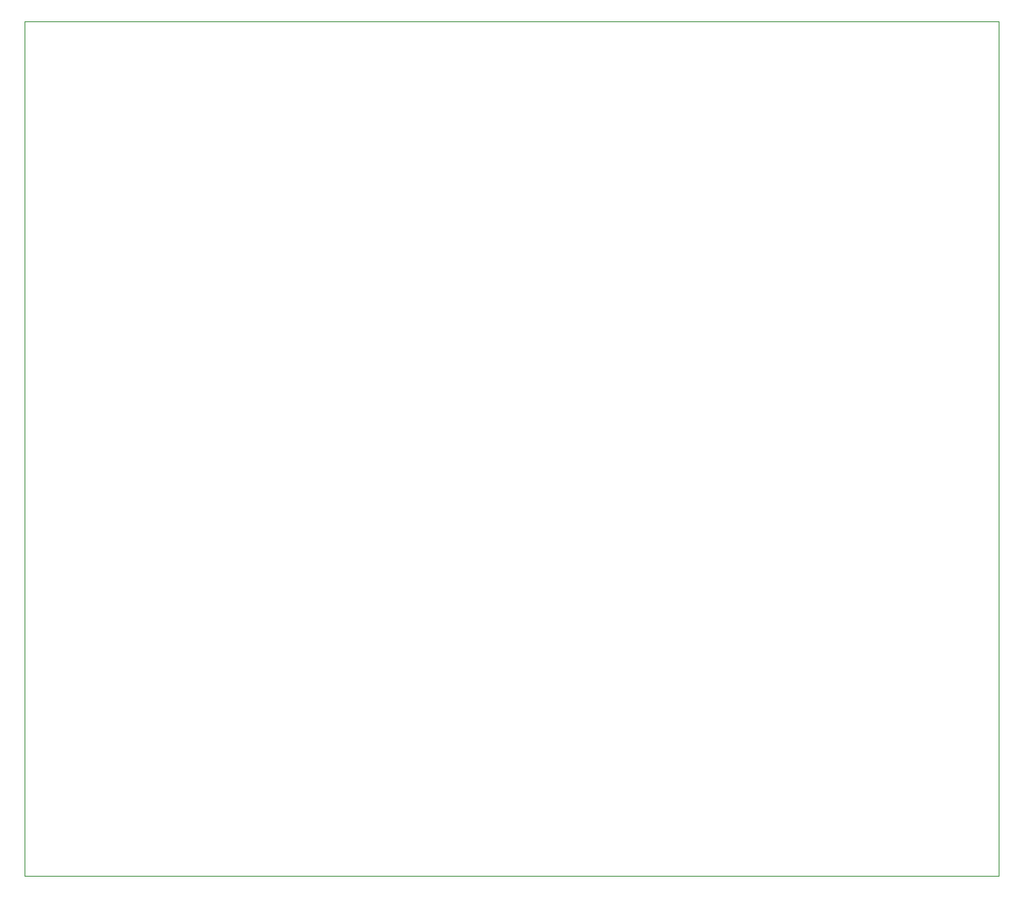
<source format=gbr>
%TF.GenerationSoftware,KiCad,Pcbnew,(6.0.6)*%
%TF.CreationDate,2023-03-15T14:09:07+01:00*%
%TF.ProjectId,Shield_Raspy,53686965-6c64-45f5-9261-7370792e6b69,rev?*%
%TF.SameCoordinates,Original*%
%TF.FileFunction,Profile,NP*%
%FSLAX46Y46*%
G04 Gerber Fmt 4.6, Leading zero omitted, Abs format (unit mm)*
G04 Created by KiCad (PCBNEW (6.0.6)) date 2023-03-15 14:09:07*
%MOMM*%
%LPD*%
G01*
G04 APERTURE LIST*
%TA.AperFunction,Profile*%
%ADD10C,0.100000*%
%TD*%
G04 APERTURE END LIST*
D10*
X96520000Y-43180000D02*
X200660000Y-43180000D01*
X200660000Y-43180000D02*
X200660000Y-134620000D01*
X200660000Y-134620000D02*
X96520000Y-134620000D01*
X96520000Y-134620000D02*
X96520000Y-43180000D01*
M02*

</source>
